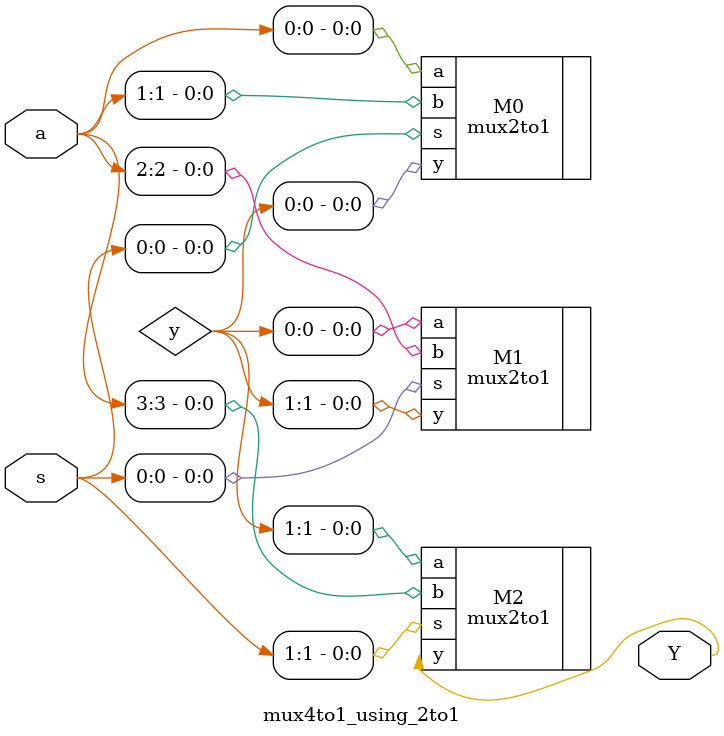
<source format=v>

module mux4to1_using_2to1
( input [3:0]a,
  input [1:0]s,
  output Y);

wire [1:0]y;

mux2to1 M0(.a(a[0]),.b(a[1]),.s(s[0]),.y(y[0])),
  	M1(.a(y[0]),.b(a[2]),.s(s[0]),.y(y[1])),
 	M2(.a(y[1]),.b(a[3]),.s(s[1]),.y(Y));

endmodule
</source>
